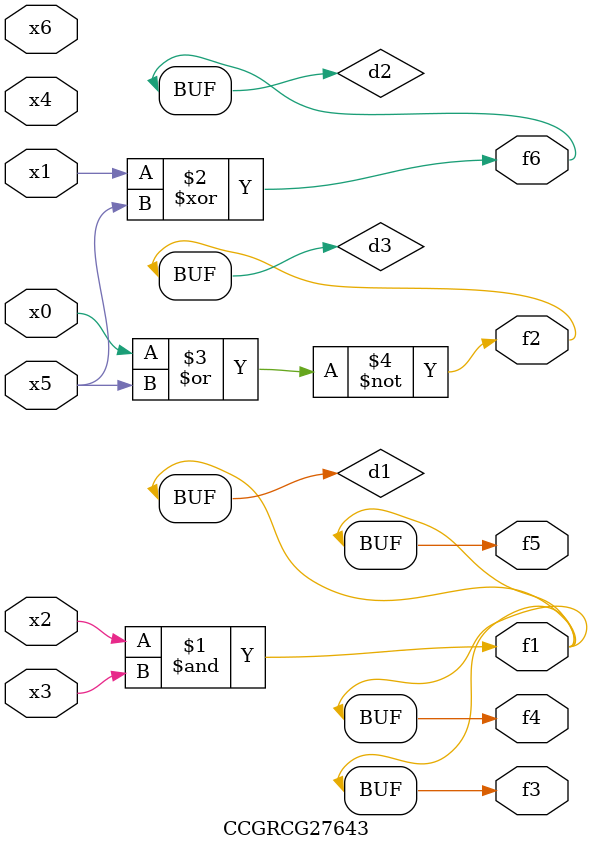
<source format=v>
module CCGRCG27643(
	input x0, x1, x2, x3, x4, x5, x6,
	output f1, f2, f3, f4, f5, f6
);

	wire d1, d2, d3;

	and (d1, x2, x3);
	xor (d2, x1, x5);
	nor (d3, x0, x5);
	assign f1 = d1;
	assign f2 = d3;
	assign f3 = d1;
	assign f4 = d1;
	assign f5 = d1;
	assign f6 = d2;
endmodule

</source>
